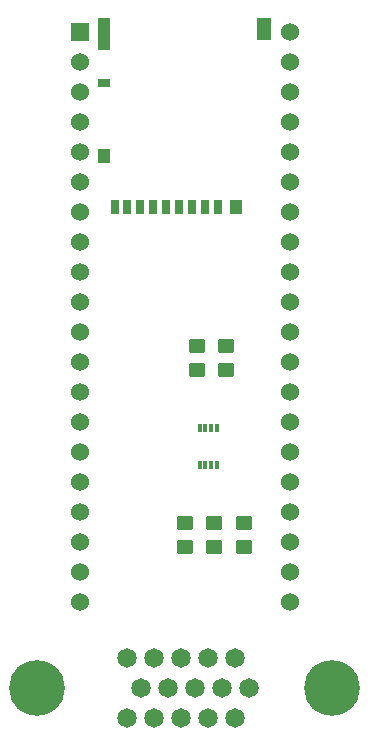
<source format=gbr>
%TF.GenerationSoftware,KiCad,Pcbnew,(5.99.0-8075-g8416c1fc37)*%
%TF.CreationDate,2021-06-30T13:11:38+01:00*%
%TF.ProjectId,picovga,7069636f-7667-4612-9e6b-696361645f70,rev?*%
%TF.SameCoordinates,Original*%
%TF.FileFunction,Soldermask,Bot*%
%TF.FilePolarity,Negative*%
%FSLAX46Y46*%
G04 Gerber Fmt 4.6, Leading zero omitted, Abs format (unit mm)*
G04 Created by KiCad (PCBNEW (5.99.0-8075-g8416c1fc37)) date 2021-06-30 13:11:38*
%MOMM*%
%LPD*%
G01*
G04 APERTURE LIST*
G04 Aperture macros list*
%AMRoundRect*
0 Rectangle with rounded corners*
0 $1 Rounding radius*
0 $2 $3 $4 $5 $6 $7 $8 $9 X,Y pos of 4 corners*
0 Add a 4 corners polygon primitive as box body*
4,1,4,$2,$3,$4,$5,$6,$7,$8,$9,$2,$3,0*
0 Add four circle primitives for the rounded corners*
1,1,$1+$1,$2,$3,0*
1,1,$1+$1,$4,$5,0*
1,1,$1+$1,$6,$7,0*
1,1,$1+$1,$8,$9,0*
0 Add four rect primitives between the rounded corners*
20,1,$1+$1,$2,$3,$4,$5,0*
20,1,$1+$1,$4,$5,$6,$7,0*
20,1,$1+$1,$6,$7,$8,$9,0*
20,1,$1+$1,$8,$9,$2,$3,0*%
G04 Aperture macros list end*
%ADD10R,1.524000X1.524000*%
%ADD11C,1.524000*%
%ADD12R,0.300000X0.800000*%
%ADD13R,0.700000X1.200000*%
%ADD14R,1.000000X0.800000*%
%ADD15R,1.300000X1.900000*%
%ADD16R,1.000000X1.200000*%
%ADD17R,1.000000X2.800000*%
%ADD18C,1.650000*%
%ADD19C,4.725000*%
%ADD20RoundRect,0.250000X-0.450000X0.350000X-0.450000X-0.350000X0.450000X-0.350000X0.450000X0.350000X0*%
%ADD21RoundRect,0.250000X0.450000X-0.350000X0.450000X0.350000X-0.450000X0.350000X-0.450000X-0.350000X0*%
G04 APERTURE END LIST*
D10*
%TO.C,U0*%
X160110000Y-62870000D03*
D11*
X160110000Y-65410000D03*
X160110000Y-67950000D03*
X160110000Y-70490000D03*
X160110000Y-73030000D03*
X160110000Y-75570000D03*
X160110000Y-78110000D03*
X160110000Y-80650000D03*
X160110000Y-83190000D03*
X160110000Y-85730000D03*
X160110000Y-88270000D03*
X160110000Y-90810000D03*
X160110000Y-93350000D03*
X160110000Y-95890000D03*
X160110000Y-98430000D03*
X160110000Y-100970000D03*
X160110000Y-103510000D03*
X160110000Y-106050000D03*
X160110000Y-108590000D03*
X160110000Y-111130000D03*
X177890000Y-111130000D03*
X177890000Y-108590000D03*
X177890000Y-106050000D03*
X177890000Y-103510000D03*
X177890000Y-100970000D03*
X177890000Y-98430000D03*
X177890000Y-95890000D03*
X177890000Y-93350000D03*
X177890000Y-90810000D03*
X177890000Y-88270000D03*
X177890000Y-85730000D03*
X177890000Y-83190000D03*
X177890000Y-80650000D03*
X177890000Y-78110000D03*
X177890000Y-75570000D03*
X177890000Y-73030000D03*
X177890000Y-70490000D03*
X177890000Y-67950000D03*
X177890000Y-65410000D03*
X177890000Y-62870000D03*
%TD*%
D12*
%TO.C,U1*%
X170250000Y-96450000D03*
X170750000Y-96450000D03*
X171250000Y-96450000D03*
X171750000Y-96450000D03*
X171750000Y-99550000D03*
X171250000Y-99550000D03*
X170750000Y-99550000D03*
X170250000Y-99550000D03*
%TD*%
D13*
%TO.C,J1*%
X171775000Y-77725000D03*
X170675000Y-77725000D03*
X169575000Y-77725000D03*
X168475000Y-77725000D03*
X167375000Y-77725000D03*
X166275000Y-77725000D03*
X165175000Y-77725000D03*
X164075000Y-77725000D03*
X163125000Y-77725000D03*
D14*
X162175000Y-67225000D03*
D15*
X175675000Y-62625000D03*
D16*
X162175000Y-73425000D03*
X173325000Y-77725000D03*
D17*
X162175000Y-63075000D03*
%TD*%
D18*
%TO.C,J0*%
X173285000Y-115930000D03*
X170995000Y-115930000D03*
X168705000Y-115930000D03*
X166415000Y-115930000D03*
X164125000Y-115930000D03*
X174431000Y-118470000D03*
X172140000Y-118470000D03*
X169850000Y-118470000D03*
X167561000Y-118470000D03*
X165270000Y-118470000D03*
X173285000Y-121010000D03*
X170995000Y-121010000D03*
X168705000Y-121010000D03*
X166415000Y-121010000D03*
X164125000Y-121010000D03*
D19*
X156460000Y-118470000D03*
X181450000Y-118470000D03*
%TD*%
D20*
%TO.C,R21*%
X172500000Y-89500000D03*
X172500000Y-91500000D03*
%TD*%
%TO.C,R17*%
X169000000Y-104500000D03*
X169000000Y-106500000D03*
%TD*%
%TO.C,R19*%
X174000000Y-104500000D03*
X174000000Y-106500000D03*
%TD*%
D21*
%TO.C,R18*%
X171500000Y-106500000D03*
X171500000Y-104500000D03*
%TD*%
%TO.C,R20*%
X170000000Y-91500000D03*
X170000000Y-89500000D03*
%TD*%
M02*

</source>
